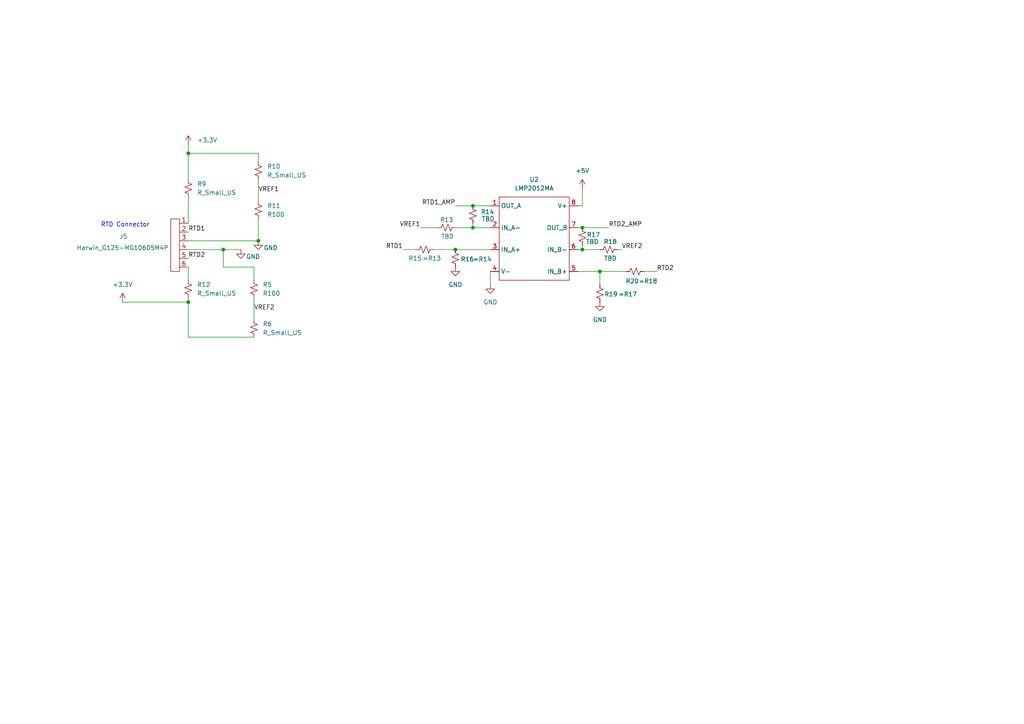
<source format=kicad_sch>
(kicad_sch (version 20250114) (generator "eeschema") (generator_version "9.0")
  (paper "A4")
  (lib_symbols
    (symbol "Device:R_Small_US" (pin_numbers (hide yes)) (pin_names (offset 0.254) (hide yes))
      (property "Reference" "R" (at 0.762 0.508 0))
      (property "Value" "R_Small_US" (at 0.762 -1.016 0))
      (symbol "R_Small_US_1_1"
        (polyline (pts (xy 0 1.524) (xy 1.016 1.143) (xy 0 0.762) (xy -1.016 0.381) (xy 0 0)))
        (polyline (pts (xy 0 0) (xy 1.016 -0.381) (xy 0 -0.762) (xy -1.016 -1.143) (xy 0 -1.524)))
        (pin passive line (at 0 2.54 270) (length 1.016) (name "~") (number "1"))
        (pin passive line (at 0 -2.54 90) (length 1.016) (name "~") (number "2"))
      )
    )
    (symbol "FYDP_Library:Harwin_G125-MG10605M4P"
      (property "Reference" "J" (at 0.508 4.318 0))
      (property "Value" "Harwin_G125-MG10605M4P" (at 0.762 1.778 0))
      (symbol "Harwin_G125-MG10605M4P_0_1"
        (rectangle (start -1.27 0) (end 1.27 -15.24))
      )
      (symbol "Harwin_G125-MG10605M4P_1_1"
        (pin output line (at -3.81 -1.27 0) (length 2.54) (name "") (number "1"))
        (pin output line (at -3.81 -3.81 0) (length 2.54) (name "") (number "2"))
        (pin output line (at -3.81 -6.35 0) (length 2.54) (name "") (number "3"))
        (pin output line (at -3.81 -8.89 0) (length 2.54) (name "") (number "4"))
        (pin output line (at -3.81 -11.43 0) (length 2.54) (name "") (number "5"))
        (pin output line (at -3.81 -13.97 0) (length 2.54) (name "") (number "6"))
      )
    )
    (symbol "FYDP_Library:LMP2012MA"
      (property "Reference" "U" (at 0 4.064 0))
      (property "Value" "LMP2012MA" (at 0.254 1.016 0))
      (symbol "LMP2012MA_0_1"
        (rectangle (start -10.16 0) (end 10.16 -24.13))
      )
      (symbol "LMP2012MA_1_1"
        (pin output line (at -12.7 -2.54 0) (length 2.54) (name "OUT_A") (number "1"))
        (pin input line (at -12.7 -8.89 0) (length 2.54) (name "IN_A-") (number "2"))
        (pin input line (at -12.7 -15.24 0) (length 2.54) (name "IN_A+") (number "3"))
        (pin power_in line (at -12.7 -21.59 0) (length 2.54) (name "V-") (number "4"))
        (pin power_in line (at 12.7 -2.54 180) (length 2.54) (name "V+") (number "8"))
        (pin power_in line (at 12.7 -8.89 180) (length 2.54) (name "OUT_B") (number "7"))
        (pin power_in line (at 12.7 -15.24 180) (length 2.54) (name "IN_B-") (number "6"))
        (pin power_in line (at 12.7 -21.59 180) (length 2.54) (name "IN_B+") (number "5"))
      )
    )
    (symbol "power:+5V" (power) (pin_numbers (hide yes)) (pin_names (offset 0) (hide yes))
      (property "Value" "+5V" (at 0 3.556 0))
      (symbol "+5V_0_1"
        (polyline (pts (xy -0.762 1.27) (xy 0 2.54)))
        (polyline (pts (xy 0 2.54) (xy 0.762 1.27)))
        (polyline (pts (xy 0 0) (xy 0 2.54)))
      )
      (symbol "+5V_1_1"
        (pin power_in line (at 0 0 90) (length 0) (name "~") (number "1"))
      )
    )
    (symbol "power:GND" (power) (pin_numbers (hide yes)) (pin_names (offset 0) (hide yes))
      (property "Value" "GND" (at 0 -3.81 0))
      (symbol "GND_0_1"
        (polyline (pts (xy 0 0) (xy 0 -1.27) (xy 1.27 -1.27) (xy 0 -2.54) (xy -1.27 -1.27) (xy 0 -1.27)))
      )
      (symbol "GND_1_1"
        (pin power_in line (at 0 0 270) (length 0) (name "~") (number "1"))
      )
    )
  )
  (text "RTD Connector" (at 36.322 65.278 0) (effects (font (size 1.27 1.27))))
  (junction (at 137.16 59.69))
  (junction (at 168.91 72.39))
  (junction (at 54.61 44.45))
  (junction (at 173.99 78.74))
  (junction (at 64.77 72.39))
  (junction (at 132.08 72.39))
  (junction (at 168.91 66.04))
  (junction (at 54.61 87.63))
  (junction (at 137.16 66.04))
  (junction (at 74.93 69.85))
  (wire (pts (xy 54.61 77.47) (xy 54.61 81.28)))
  (wire (pts (xy 179.07 72.39) (xy 180.34 72.39)))
  (wire (pts (xy 137.16 64.77) (xy 137.16 66.04)))
  (wire (pts (xy 132.08 59.69) (xy 137.16 59.69)))
  (wire (pts (xy 74.93 44.45) (xy 74.93 46.99)))
  (wire (pts (xy 125.73 72.39) (xy 132.08 72.39)))
  (wire (pts (xy 190.5 78.74) (xy 186.69 78.74)))
  (wire (pts (xy 54.61 44.45) (xy 74.93 44.45)))
  (wire (pts (xy 74.93 63.5) (xy 74.93 69.85)))
  (wire (pts (xy 54.61 69.85) (xy 74.93 69.85)))
  (wire (pts (xy 54.61 64.77) (xy 54.61 57.15)))
  (wire (pts (xy 116.84 72.39) (xy 120.65 72.39)))
  (wire (pts (xy 73.66 86.36) (xy 73.66 92.71)))
  (wire (pts (xy 168.91 72.39) (xy 173.99 72.39)))
  (wire (pts (xy 167.64 72.39) (xy 168.91 72.39)))
  (wire (pts (xy 35.56 87.63) (xy 54.61 87.63)))
  (wire (pts (xy 173.99 78.74) (xy 167.64 78.74)))
  (wire (pts (xy 73.66 81.28) (xy 73.66 77.47)))
  (wire (pts (xy 64.77 72.39) (xy 69.85 72.39)))
  (wire (pts (xy 176.53 66.04) (xy 168.91 66.04)))
  (wire (pts (xy 54.61 87.63) (xy 54.61 97.79)))
  (wire (pts (xy 168.91 72.39) (xy 168.91 71.12)))
  (wire (pts (xy 64.77 72.39) (xy 64.77 77.47)))
  (wire (pts (xy 54.61 87.63) (xy 54.61 86.36)))
  (wire (pts (xy 121.92 66.04) (xy 127 66.04)))
  (wire (pts (xy 54.61 41.91) (xy 54.61 44.45)))
  (wire (pts (xy 168.91 54.61) (xy 168.91 59.69)))
  (wire (pts (xy 168.91 66.04) (xy 167.64 66.04)))
  (wire (pts (xy 74.93 52.07) (xy 74.93 58.42)))
  (wire (pts (xy 73.66 77.47) (xy 64.77 77.47)))
  (wire (pts (xy 54.61 97.79) (xy 73.66 97.79)))
  (wire (pts (xy 132.08 66.04) (xy 137.16 66.04)))
  (wire (pts (xy 167.64 59.69) (xy 168.91 59.69)))
  (wire (pts (xy 142.24 78.74) (xy 142.24 82.55)))
  (wire (pts (xy 132.08 72.39) (xy 142.24 72.39)))
  (wire (pts (xy 54.61 72.39) (xy 64.77 72.39)))
  (wire (pts (xy 181.61 78.74) (xy 173.99 78.74)))
  (wire (pts (xy 54.61 44.45) (xy 54.61 52.07)))
  (wire (pts (xy 173.99 78.74) (xy 173.99 82.55)))
  (wire (pts (xy 137.16 59.69) (xy 142.24 59.69)))
  (wire (pts (xy 137.16 66.04) (xy 142.24 66.04)))
  (label "VREF2" (at 73.66 90.17 0))
  (label "RTD1" (at 116.84 72.39 180))
  (label "VREF1" (at 121.92 66.04 180))
  (label "RTD1_AMP" (at 132.08 59.69 180))
  (label "RTD2" (at 54.61 74.93 0))
  (label "RTD2_AMP" (at 176.53 66.04 0))
  (label "RTD2" (at 190.5 78.74 0))
  (label "VREF1" (at 74.93 55.88 0))
  (label "RTD1" (at 54.61 67.31 0))
  (label "VREF2" (at 180.34 72.39 0))
  (symbol (lib_id "Device:R_Small_US") (at 73.66 95.25 0) (unit 1)
    (property "Reference" "R6" (at 76.2 93.9799 0) (effects (justify left)))
    (property "Value" "R_Small_US" (at 76.2 96.5199 0) (effects (justify left)))
    (property "Description" "Resistor, small US symbol" (effects (hide yes)))
  )
  (symbol (lib_id "Device:R_Small_US") (at 176.53 72.39 270) (unit 1)
    (property "Reference" "R18" (at 177.038 70.104 90))
    (property "Value" "TBD" (at 177.038 74.93 90))
    (property "Description" "Resistor, small US symbol" (effects (hide yes)))
  )
  (symbol (lib_id "Device:R_Small_US") (at 168.91 68.58 0) (unit 1)
    (property "Reference" "R17" (at 170.18 68.072 0) (effects (justify left)))
    (property "Value" "TBD" (at 169.926 70.104 0) (effects (justify left)))
    (property "Description" "Resistor, small US symbol" (effects (hide yes)))
  )
  (symbol (lib_id "power:GND") (at 173.99 87.63 0) (unit 1)
    (property "Reference" "#PWR024" (effects (hide yes)))
    (property "Value" "GND" (at 173.99 92.71 0))
    (property "Description" "Power symbol creates a global label with name \"GND\" , ground" (effects (hide yes)))
  )
  (symbol (lib_id "Device:R_Small_US") (at 74.93 60.96 0) (unit 1)
    (property "Reference" "R11" (at 77.47 59.6899 0) (effects (justify left)))
    (property "Value" "R100" (at 77.47 62.2299 0) (effects (justify left)))
    (property "Description" "Resistor, small US symbol" (effects (hide yes)))
  )
  (symbol (lib_id "Device:R_Small_US") (at 129.54 66.04 270) (unit 1)
    (property "Reference" "R13" (at 129.54 63.754 90))
    (property "Value" "TBD" (at 129.794 68.58 90))
    (property "Description" "Resistor, small US symbol" (effects (hide yes)))
  )
  (symbol (lib_id "Device:R_Small_US") (at 132.08 74.93 0) (unit 1)
    (property "Reference" "R16" (at 133.604 75.184 0) (effects (justify left)))
    (property "Value" "=R14" (at 137.16 75.184 0) (effects (justify left)))
    (property "Description" "Resistor, small US symbol" (effects (hide yes)))
  )
  (symbol (lib_id "power:GND") (at 132.08 77.47 0) (unit 1)
    (property "Reference" "#PWR023" (effects (hide yes)))
    (property "Value" "GND" (at 132.08 82.55 0))
    (property "Description" "Power symbol creates a global label with name \"GND\" , ground" (effects (hide yes)))
  )
  (symbol (lib_id "FYDP_Library:LMP2012MA") (at 154.94 57.15 0) (unit 1)
    (property "Reference" "U2" (at 154.94 52.07 0))
    (property "Value" "LMP2012MA" (at 154.94 54.61 0))
  )
  (symbol (lib_id "Device:R_Small_US") (at 54.61 83.82 0) (unit 1)
    (property "Reference" "R12" (at 57.15 82.5499 0) (effects (justify left)))
    (property "Value" "R_Small_US" (at 57.15 85.0899 0) (effects (justify left)))
    (property "Description" "Resistor, small US symbol" (effects (hide yes)))
  )
  (symbol (lib_id "Device:R_Small_US") (at 74.93 49.53 0) (unit 1)
    (property "Reference" "R10" (at 77.47 48.2599 0) (effects (justify left)))
    (property "Value" "R_Small_US" (at 77.47 50.7999 0) (effects (justify left)))
    (property "Description" "Resistor, small US symbol" (effects (hide yes)))
  )
  (symbol (lib_id "power:+5V") (at 54.61 41.91 0) (unit 1)
    (property "Reference" "#PWR022" (effects (hide yes)))
    (property "Value" "+3.3V" (at 57.15 40.6399 0) (effects (justify left)))
    (property "Description" "Power symbol creates a global label with name \"+5V\"" (effects (hide yes)))
  )
  (symbol (lib_id "power:+5V") (at 168.91 54.61 0) (unit 1)
    (property "Reference" "#PWR06" (effects (hide yes)))
    (property "Value" "+5V" (at 168.91 49.53 0))
    (property "Description" "Power symbol creates a global label with name \"+5V\"" (effects (hide yes)))
  )
  (symbol (lib_id "Device:R_Small_US") (at 173.99 85.09 0) (unit 1)
    (property "Reference" "R19" (at 175.26 85.344 0) (effects (justify left)))
    (property "Value" "=R17" (at 179.324 85.344 0) (effects (justify left)))
    (property "Description" "Resistor, small US symbol" (effects (hide yes)))
  )
  (symbol (lib_id "power:GND") (at 69.85 72.39 0) (unit 1)
    (property "Reference" "#PWR07" (effects (hide yes)))
    (property "Value" "GND" (at 73.406 74.422 0))
    (property "Description" "Power symbol creates a global label with name \"GND\" , ground" (effects (hide yes)))
  )
  (symbol (lib_id "power:GND") (at 74.93 69.85 0) (unit 1)
    (property "Reference" "#PWR028" (effects (hide yes)))
    (property "Value" "GND" (at 78.486 71.882 0))
    (property "Description" "Power symbol creates a global label with name \"GND\" , ground" (effects (hide yes)))
  )
  (symbol (lib_id "FYDP_Library:Harwin_G125-MG10605M4P") (at 50.8 63.5 0) (mirror y) (unit 1)
    (property "Reference" "J5" (at 35.814 68.58 0))
    (property "Value" "Harwin_G125-MG10605M4P" (at 35.56 71.882 0))
  )
  (symbol (lib_id "Device:R_Small_US") (at 54.61 54.61 0) (unit 1)
    (property "Reference" "R9" (at 57.15 53.3399 0) (effects (justify left)))
    (property "Value" "R_Small_US" (at 57.15 55.8799 0) (effects (justify left)))
    (property "Description" "Resistor, small US symbol" (effects (hide yes)))
  )
  (symbol (lib_id "Device:R_Small_US") (at 184.15 78.74 270) (unit 1)
    (property "Reference" "R20" (at 183.388 81.534 90))
    (property "Value" "=R18" (at 187.96 81.534 90))
    (property "Description" "Resistor, small US symbol" (effects (hide yes)))
  )
  (symbol (lib_id "Device:R_Small_US") (at 137.16 62.23 0) (unit 1)
    (property "Reference" "R14" (at 139.446 61.468 0) (effects (justify left)))
    (property "Value" "TBD" (at 139.7 63.4999 0) (effects (justify left)))
    (property "Description" "Resistor, small US symbol" (effects (hide yes)))
  )
  (symbol (lib_id "Device:R_Small_US") (at 73.66 83.82 0) (unit 1)
    (property "Reference" "R5" (at 76.2 82.5499 0) (effects (justify left)))
    (property "Value" "R100" (at 76.2 85.0899 0) (effects (justify left)))
    (property "Description" "Resistor, small US symbol" (effects (hide yes)))
  )
  (symbol (lib_id "power:GND") (at 142.24 82.55 0) (unit 1)
    (property "Reference" "#PWR05" (effects (hide yes)))
    (property "Value" "GND" (at 142.24 87.63 0))
    (property "Description" "Power symbol creates a global label with name \"GND\" , ground" (effects (hide yes)))
  )
  (symbol (lib_id "Device:R_Small_US") (at 123.19 72.39 270) (unit 1)
    (property "Reference" "R15" (at 120.396 74.93 90))
    (property "Value" "=R13" (at 125.222 74.93 90))
    (property "Description" "Resistor, small US symbol" (effects (hide yes)))
  )
  (symbol (lib_id "power:+5V") (at 35.56 87.63 0) (unit 1)
    (property "Reference" "#PWR029" (effects (hide yes)))
    (property "Value" "+3.3V" (at 35.56 82.55 0))
    (property "Description" "Power symbol creates a global label with name \"+5V\"" (effects (hide yes)))
  )
)
</source>
